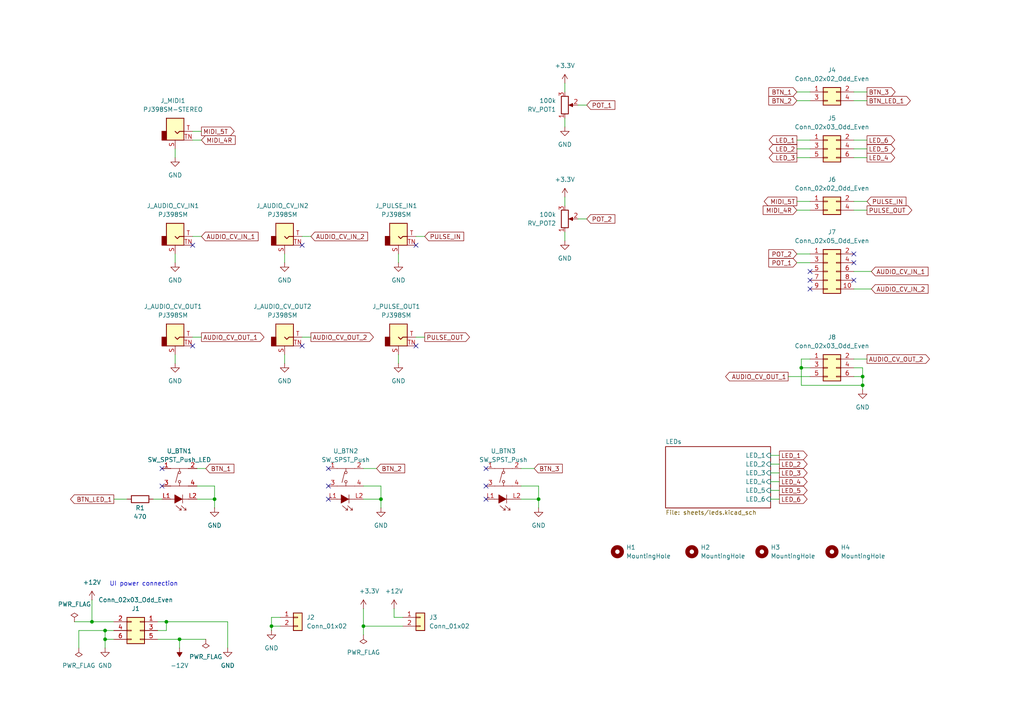
<source format=kicad_sch>
(kicad_sch (version 20250114) (generator "eeschema") (generator_version "9.0")
  (paper "A4")
  (title_block (title "Hog Moduleur Sidechain Mixer UI") (date "2025-07-06") (rev "v0.1") (company "Shmøergh"))
  (lib_symbols
    (symbol "Connector_Generic:Conn_01x02" (pin_names (offset 1.016) (hide yes))
      (property "Reference" "J" (at 0 2.54 0))
      (property "Value" "Conn_01x02" (at 0 -5.08 0))
      (symbol "Conn_01x02_1_1"
        (rectangle (start -1.27 1.27) (end 1.27 -3.81) (stroke (width 0.254)) (fill (type background)))
        (rectangle (start -1.27 0.127) (end 0 -0.127) (stroke (width 0.1524)))
        (rectangle (start -1.27 -2.413) (end 0 -2.667) (stroke (width 0.1524)))
        (pin passive line (at -5.08 0 0) (length 3.81) (name "Pin_1") (number "1"))
        (pin passive line (at -5.08 -2.54 0) (length 3.81) (name "Pin_2") (number "2"))
      )
    )
    (symbol "Connector_Generic:Conn_02x02_Odd_Even" (pin_names (offset 1.016) (hide yes))
      (property "Reference" "J" (at 1.27 2.54 0))
      (property "Value" "Conn_02x02_Odd_Even" (at 1.27 -5.08 0))
      (symbol "Conn_02x02_Odd_Even_1_1"
        (rectangle (start -1.27 1.27) (end 3.81 -3.81) (stroke (width 0.254)) (fill (type background)))
        (rectangle (start -1.27 0.127) (end 0 -0.127) (stroke (width 0.1524)))
        (rectangle (start -1.27 -2.413) (end 0 -2.667) (stroke (width 0.1524)))
        (rectangle (start 3.81 0.127) (end 2.54 -0.127) (stroke (width 0.1524)))
        (rectangle (start 3.81 -2.413) (end 2.54 -2.667) (stroke (width 0.1524)))
        (pin passive line (at -5.08 0 0) (length 3.81) (name "Pin_1") (number "1"))
        (pin passive line (at -5.08 -2.54 0) (length 3.81) (name "Pin_3") (number "3"))
        (pin passive line (at 7.62 0 180) (length 3.81) (name "Pin_2") (number "2"))
        (pin passive line (at 7.62 -2.54 180) (length 3.81) (name "Pin_4") (number "4"))
      )
    )
    (symbol "Connector_Generic:Conn_02x03_Odd_Even" (pin_names (offset 1.016) (hide yes))
      (property "Reference" "J" (at 1.27 5.08 0))
      (property "Value" "Conn_02x03_Odd_Even" (at 1.27 -5.08 0))
      (symbol "Conn_02x03_Odd_Even_1_1"
        (rectangle (start -1.27 3.81) (end 3.81 -3.81) (stroke (width 0.254)) (fill (type background)))
        (rectangle (start -1.27 2.667) (end 0 2.413) (stroke (width 0.1524)))
        (rectangle (start -1.27 0.127) (end 0 -0.127) (stroke (width 0.1524)))
        (rectangle (start -1.27 -2.413) (end 0 -2.667) (stroke (width 0.1524)))
        (rectangle (start 3.81 2.667) (end 2.54 2.413) (stroke (width 0.1524)))
        (rectangle (start 3.81 0.127) (end 2.54 -0.127) (stroke (width 0.1524)))
        (rectangle (start 3.81 -2.413) (end 2.54 -2.667) (stroke (width 0.1524)))
        (pin passive line (at -5.08 2.54 0) (length 3.81) (name "Pin_1") (number "1"))
        (pin passive line (at -5.08 0 0) (length 3.81) (name "Pin_3") (number "3"))
        (pin passive line (at -5.08 -2.54 0) (length 3.81) (name "Pin_5") (number "5"))
        (pin passive line (at 7.62 2.54 180) (length 3.81) (name "Pin_2") (number "2"))
        (pin passive line (at 7.62 0 180) (length 3.81) (name "Pin_4") (number "4"))
        (pin passive line (at 7.62 -2.54 180) (length 3.81) (name "Pin_6") (number "6"))
      )
    )
    (symbol "Connector_Generic:Conn_02x05_Odd_Even" (pin_names (offset 1.016) (hide yes))
      (property "Reference" "J" (at 1.27 7.62 0))
      (property "Value" "Conn_02x05_Odd_Even" (at 1.27 -7.62 0))
      (symbol "Conn_02x05_Odd_Even_1_1"
        (rectangle (start -1.27 6.35) (end 3.81 -6.35) (stroke (width 0.254)) (fill (type background)))
        (rectangle (start -1.27 5.207) (end 0 4.953) (stroke (width 0.1524)))
        (rectangle (start -1.27 2.667) (end 0 2.413) (stroke (width 0.1524)))
        (rectangle (start -1.27 0.127) (end 0 -0.127) (stroke (width 0.1524)))
        (rectangle (start -1.27 -2.413) (end 0 -2.667) (stroke (width 0.1524)))
        (rectangle (start -1.27 -4.953) (end 0 -5.207) (stroke (width 0.1524)))
        (rectangle (start 3.81 5.207) (end 2.54 4.953) (stroke (width 0.1524)))
        (rectangle (start 3.81 2.667) (end 2.54 2.413) (stroke (width 0.1524)))
        (rectangle (start 3.81 0.127) (end 2.54 -0.127) (stroke (width 0.1524)))
        (rectangle (start 3.81 -2.413) (end 2.54 -2.667) (stroke (width 0.1524)))
        (rectangle (start 3.81 -4.953) (end 2.54 -5.207) (stroke (width 0.1524)))
        (pin passive line (at -5.08 5.08 0) (length 3.81) (name "Pin_1") (number "1"))
        (pin passive line (at -5.08 2.54 0) (length 3.81) (name "Pin_3") (number "3"))
        (pin passive line (at -5.08 0 0) (length 3.81) (name "Pin_5") (number "5"))
        (pin passive line (at -5.08 -2.54 0) (length 3.81) (name "Pin_7") (number "7"))
        (pin passive line (at -5.08 -5.08 0) (length 3.81) (name "Pin_9") (number "9"))
        (pin passive line (at 7.62 5.08 180) (length 3.81) (name "Pin_2") (number "2"))
        (pin passive line (at 7.62 2.54 180) (length 3.81) (name "Pin_4") (number "4"))
        (pin passive line (at 7.62 0 180) (length 3.81) (name "Pin_6") (number "6"))
        (pin passive line (at 7.62 -2.54 180) (length 3.81) (name "Pin_8") (number "8"))
        (pin passive line (at 7.62 -5.08 180) (length 3.81) (name "Pin_10") (number "10"))
      )
    )
    (symbol "Device:R" (pin_numbers (hide yes)) (pin_names (offset 0))
      (property "Reference" "R" (at 2.032 0 90))
      (property "Value" "R" (at 0 0 90))
      (symbol "R_0_1"
        (rectangle (start -1.016 -2.54) (end 1.016 2.54) (stroke (width 0.254)))
      )
      (symbol "R_1_1"
        (pin passive line (at 0 3.81 270) (length 1.27) (name "~") (number "1"))
        (pin passive line (at 0 -3.81 90) (length 1.27) (name "~") (number "2"))
      )
    )
    (symbol "Device:R_Potentiometer" (pin_names (offset 1.016) (hide yes))
      (property "Reference" "RV" (at -4.445 0 90))
      (property "Value" "R_Potentiometer" (at -2.54 0 90))
      (symbol "R_Potentiometer_0_1"
        (rectangle (start 1.016 2.54) (end -1.016 -2.54) (stroke (width 0.254)))
        (polyline (pts (xy 1.143 0) (xy 2.286 0.508) (xy 2.286 -0.508) (xy 1.143 0)) (fill (type outline)))
        (polyline (pts (xy 2.54 0) (xy 1.524 0)))
      )
      (symbol "R_Potentiometer_1_1"
        (pin passive line (at 0 3.81 270) (length 1.27) (name "1") (number "1"))
        (pin passive line (at 0 -3.81 90) (length 1.27) (name "3") (number "3"))
        (pin passive line (at 3.81 0 180) (length 1.27) (name "2") (number "2"))
      )
    )
    (symbol "Mechanical:MountingHole" (pin_names (offset 1.016)) (in_bom no)
      (property "Reference" "H" (at 0 5.08 0))
      (property "Value" "MountingHole" (at 0 3.175 0))
      (symbol "MountingHole_0_1"
        (circle (center 0 0) (radius 1.27) (stroke (width 1.27)))
      )
    )
    (symbol "Shmoergh-Custom-Components:AudioJack2_Thonkiconn_S"
      (property "Reference" "J" (at 0 8.89 0))
      (property "Value" "AudioJack2_Thonkiconn" (at 0 6.35 0))
      (symbol "AudioJack2_Thonkiconn_S_0_1"
        (rectangle (start -2.54 -2.54) (end -3.81 0) (stroke (width 0.254)) (fill (type outline)))
        (polyline (pts (xy 0 0) (xy 0.635 -0.635) (xy 1.27 0) (xy 2.54 0)) (stroke (width 0.254)))
        (rectangle (start 2.54 3.81) (end -2.54 -2.54) (stroke (width 0.254)) (fill (type background)))
      )
      (symbol "AudioJack2_Thonkiconn_S_1_1"
        (pin passive line (at 0 -5.08 90) (length 2.54) (name "~") (number "S"))
        (pin bidirectional line (at 5.08 0 180) (length 2.54) (name "~") (number "T"))
        (pin passive line (at 5.08 -2.54 180) (length 2.54) (name "~") (number "TN"))
      )
    )
    (symbol "Shmoergh-Custom-Components:SW_SPST_Push_LED" (pin_names (offset 1.016))
      (property "Reference" "U" (at 0 6.35 0))
      (property "Value" "SW_SPST_Push_LED" (at 0.381 8.89 0))
      (symbol "SW_SPST_Push_LED_0_1"
        (rectangle (start -2.54 2.54) (end 2.54 2.54))
        (rectangle (start -2.54 -2.54) (end 2.54 -2.54))
        (polyline (pts (xy -1.397 -7.493) (xy -1.397 -5.08) (xy 0.762 -6.35) (xy -1.397 -7.493)) (fill (type outline)))
        (polyline (pts (xy -1.016 -8.255) (xy 0.508 -9.525) (xy -0.127 -9.525)))
        (polyline (pts (xy -0.381 1.397) (xy -1.143 -1.524)))
        (rectangle (start 0 2.54) (end 0 1.778))
        (circle (center 0 1.397) (radius 0.3556))
        (circle (center 0 -1.27) (radius 0.3556))
        (rectangle (start 0 -2.54) (end 0 -1.651))
        (polyline (pts (xy 0.508 -8.255) (xy 1.905 -9.525) (xy 1.27 -9.525)))
        (polyline (pts (xy 0.508 -9.525) (xy 0.381 -8.89)))
        (polyline (pts (xy 0.889 -5.08) (xy 0.889 -7.493)))
        (polyline (pts (xy 1.905 -9.525) (xy 1.778 -8.89)))
        (polyline (pts (xy 2.54 -6.35) (xy 0.889 -6.35) (xy -2.667 -6.35)))
      )
      (symbol "SW_SPST_Push_LED_1_1"
        (pin input line (at -5.08 2.54 0) (length 2.54) (name "~") (number "1"))
        (pin input line (at -5.08 -2.54 0) (length 2.54) (name "~") (number "3"))
        (pin input line (at -5.08 -6.35 0) (length 2.54) (name "~") (number "L1"))
        (pin input line (at 5.08 2.54 180) (length 2.54) (name "~") (number "2"))
        (pin input line (at 5.08 -2.54 180) (length 2.54) (name "~") (number "4"))
        (pin input line (at 5.08 -6.35 180) (length 2.54) (name "~") (number "L2"))
      )
    )
    (symbol "power:+12V" (power) (pin_numbers (hide yes)) (pin_names (offset 0) (hide yes))
      (property "Value" "+12V" (at 0 3.556 0))
      (symbol "+12V_0_1"
        (polyline (pts (xy -0.762 1.27) (xy 0 2.54)))
        (polyline (pts (xy 0 2.54) (xy 0.762 1.27)))
        (polyline (pts (xy 0 0) (xy 0 2.54)))
      )
      (symbol "+12V_1_1"
        (pin power_in line (at 0 0 90) (length 0) (name "~") (number "1"))
      )
    )
    (symbol "power:+3.3V" (power) (pin_numbers (hide yes)) (pin_names (offset 0) (hide yes))
      (property "Value" "+3.3V" (at 0 3.556 0))
      (symbol "+3.3V_0_1"
        (polyline (pts (xy -0.762 1.27) (xy 0 2.54)))
        (polyline (pts (xy 0 2.54) (xy 0.762 1.27)))
        (polyline (pts (xy 0 0) (xy 0 2.54)))
      )
      (symbol "+3.3V_1_1"
        (pin power_in line (at 0 0 90) (length 0) (name "~") (number "1"))
      )
    )
    (symbol "power:-12V" (power) (pin_numbers (hide yes)) (pin_names (offset 0) (hide yes))
      (property "Value" "-12V" (at 0 3.556 0))
      (symbol "-12V_0_0"
        (pin power_in line (at 0 0 90) (length 0) (name "~") (number "1"))
      )
      (symbol "-12V_0_1"
        (polyline (pts (xy 0 0) (xy 0 1.27) (xy 0.762 1.27) (xy 0 2.54) (xy -0.762 1.27) (xy 0 1.27)) (fill (type outline)))
      )
    )
    (symbol "power:GND" (power) (pin_numbers (hide yes)) (pin_names (offset 0) (hide yes))
      (property "Value" "GND" (at 0 -3.81 0))
      (symbol "GND_0_1"
        (polyline (pts (xy 0 0) (xy 0 -1.27) (xy 1.27 -1.27) (xy 0 -2.54) (xy -1.27 -1.27) (xy 0 -1.27)))
      )
      (symbol "GND_1_1"
        (pin power_in line (at 0 0 270) (length 0) (name "~") (number "1"))
      )
    )
    (symbol "power:PWR_FLAG" (power) (pin_numbers (hide yes)) (pin_names (offset 0) (hide yes))
      (property "Value" "PWR_FLAG" (at 0 3.81 0))
      (symbol "PWR_FLAG_0_0"
        (pin power_out line (at 0 0 90) (length 0) (name "~") (number "1"))
      )
      (symbol "PWR_FLAG_0_1"
        (polyline (pts (xy 0 0) (xy 0 1.27) (xy -1.016 1.905) (xy 0 2.54) (xy 1.016 1.905) (xy 0 1.27)))
      )
    )
  )
  (text "UI power connection" (at 31.75 170.18 0) (effects (font (size 1.27 1.27)) (justify left bottom)))
  (junction (at 250.19 111.76))
  (junction (at 78.74 181.61))
  (junction (at 105.41 181.61))
  (junction (at 250.19 109.22))
  (junction (at 30.48 182.88))
  (junction (at 232.41 106.68))
  (junction (at 52.07 185.42))
  (junction (at 48.26 180.34))
  (junction (at 156.21 144.78))
  (junction (at 110.49 144.78))
  (junction (at 26.67 180.34))
  (junction (at 62.23 144.78))
  (junction (at 30.48 185.42))
  (no_connect (at 87.63 100.33))
  (no_connect (at 247.65 76.2))
  (no_connect (at 247.65 81.28))
  (no_connect (at 234.95 81.28))
  (no_connect (at 46.99 140.97))
  (no_connect (at 140.97 140.97))
  (no_connect (at 234.95 83.82))
  (no_connect (at 95.25 140.97))
  (no_connect (at 120.65 71.12))
  (no_connect (at 55.88 100.33))
  (no_connect (at 95.25 144.78))
  (no_connect (at 140.97 144.78))
  (no_connect (at 140.97 135.89))
  (no_connect (at 95.25 135.89))
  (no_connect (at 247.65 73.66))
  (no_connect (at 46.99 135.89))
  (no_connect (at 120.65 100.33))
  (no_connect (at 234.95 78.74))
  (no_connect (at 55.88 71.12))
  (no_connect (at 87.63 71.12))
  (wire (pts (xy 90.17 68.58) (xy 87.63 68.58)))
  (wire (pts (xy 223.52 144.78) (xy 226.06 144.78)))
  (wire (pts (xy 163.83 34.29) (xy 163.83 36.83)))
  (wire (pts (xy 251.46 104.14) (xy 247.65 104.14)))
  (wire (pts (xy 105.41 140.97) (xy 110.49 140.97)))
  (wire (pts (xy 52.07 187.96) (xy 52.07 185.42)))
  (wire (pts (xy 226.06 134.62) (xy 223.52 134.62)))
  (wire (pts (xy 59.69 185.42) (xy 52.07 185.42)))
  (wire (pts (xy 250.19 106.68) (xy 250.19 109.22)))
  (wire (pts (xy 123.19 68.58) (xy 120.65 68.58)))
  (wire (pts (xy 226.06 137.16) (xy 223.52 137.16)))
  (wire (pts (xy 45.72 185.42) (xy 52.07 185.42)))
  (wire (pts (xy 247.65 78.74) (xy 252.73 78.74)))
  (wire (pts (xy 251.46 29.21) (xy 247.65 29.21)))
  (wire (pts (xy 58.42 38.1) (xy 55.88 38.1)))
  (wire (pts (xy 170.18 30.48) (xy 167.64 30.48)))
  (wire (pts (xy 78.74 181.61) (xy 81.28 181.61)))
  (wire (pts (xy 105.41 144.78) (xy 110.49 144.78)))
  (wire (pts (xy 163.83 67.31) (xy 163.83 69.85)))
  (wire (pts (xy 252.73 83.82) (xy 247.65 83.82)))
  (wire (pts (xy 251.46 26.67) (xy 247.65 26.67)))
  (wire (pts (xy 114.3 176.53) (xy 114.3 179.07)))
  (wire (pts (xy 26.67 180.34) (xy 33.02 180.34)))
  (wire (pts (xy 156.21 140.97) (xy 156.21 144.78)))
  (wire (pts (xy 33.02 144.78) (xy 36.83 144.78)))
  (wire (pts (xy 223.52 139.7) (xy 226.06 139.7)))
  (wire (pts (xy 232.41 111.76) (xy 250.19 111.76)))
  (wire (pts (xy 247.65 109.22) (xy 250.19 109.22)))
  (wire (pts (xy 163.83 24.13) (xy 163.83 26.67)))
  (wire (pts (xy 247.65 106.68) (xy 250.19 106.68)))
  (wire (pts (xy 250.19 111.76) (xy 250.19 113.03)))
  (wire (pts (xy 231.14 26.67) (xy 234.95 26.67)))
  (wire (pts (xy 105.41 181.61) (xy 105.41 176.53)))
  (wire (pts (xy 251.46 58.42) (xy 247.65 58.42)))
  (wire (pts (xy 116.84 181.61) (xy 105.41 181.61)))
  (wire (pts (xy 110.49 144.78) (xy 110.49 147.32)))
  (wire (pts (xy 251.46 40.64) (xy 247.65 40.64)))
  (wire (pts (xy 251.46 45.72) (xy 247.65 45.72)))
  (wire (pts (xy 81.28 179.07) (xy 78.74 179.07)))
  (wire (pts (xy 59.69 135.89) (xy 57.15 135.89)))
  (wire (pts (xy 232.41 104.14) (xy 232.41 106.68)))
  (wire (pts (xy 58.42 40.64) (xy 55.88 40.64)))
  (wire (pts (xy 109.22 135.89) (xy 105.41 135.89)))
  (wire (pts (xy 110.49 140.97) (xy 110.49 144.78)))
  (wire (pts (xy 82.55 102.87) (xy 82.55 105.41)))
  (wire (pts (xy 114.3 179.07) (xy 116.84 179.07)))
  (wire (pts (xy 234.95 104.14) (xy 232.41 104.14)))
  (wire (pts (xy 163.83 57.15) (xy 163.83 59.69)))
  (wire (pts (xy 232.41 106.68) (xy 232.41 111.76)))
  (wire (pts (xy 151.13 144.78) (xy 156.21 144.78)))
  (wire (pts (xy 170.18 63.5) (xy 167.64 63.5)))
  (wire (pts (xy 78.74 179.07) (xy 78.74 181.61)))
  (wire (pts (xy 26.67 173.99) (xy 26.67 180.34)))
  (wire (pts (xy 62.23 140.97) (xy 62.23 144.78)))
  (wire (pts (xy 231.14 76.2) (xy 234.95 76.2)))
  (wire (pts (xy 105.41 184.15) (xy 105.41 181.61)))
  (wire (pts (xy 48.26 180.34) (xy 45.72 180.34)))
  (wire (pts (xy 50.8 73.66) (xy 50.8 76.2)))
  (wire (pts (xy 21.59 180.34) (xy 26.67 180.34)))
  (wire (pts (xy 115.57 73.66) (xy 115.57 76.2)))
  (wire (pts (xy 154.94 135.89) (xy 151.13 135.89)))
  (wire (pts (xy 22.86 182.88) (xy 30.48 182.88)))
  (wire (pts (xy 66.04 187.96) (xy 66.04 180.34)))
  (wire (pts (xy 48.26 182.88) (xy 48.26 180.34)))
  (wire (pts (xy 231.14 43.18) (xy 234.95 43.18)))
  (wire (pts (xy 251.46 43.18) (xy 247.65 43.18)))
  (wire (pts (xy 33.02 185.42) (xy 30.48 185.42)))
  (wire (pts (xy 156.21 144.78) (xy 156.21 147.32)))
  (wire (pts (xy 50.8 102.87) (xy 50.8 105.41)))
  (wire (pts (xy 231.14 29.21) (xy 234.95 29.21)))
  (wire (pts (xy 232.41 106.68) (xy 234.95 106.68)))
  (wire (pts (xy 151.13 140.97) (xy 156.21 140.97)))
  (wire (pts (xy 44.45 144.78) (xy 46.99 144.78)))
  (wire (pts (xy 50.8 43.18) (xy 50.8 45.72)))
  (wire (pts (xy 231.14 60.96) (xy 234.95 60.96)))
  (wire (pts (xy 231.14 40.64) (xy 234.95 40.64)))
  (wire (pts (xy 57.15 140.97) (xy 62.23 140.97)))
  (wire (pts (xy 90.17 97.79) (xy 87.63 97.79)))
  (wire (pts (xy 123.19 97.79) (xy 120.65 97.79)))
  (wire (pts (xy 66.04 180.34) (xy 48.26 180.34)))
  (wire (pts (xy 250.19 109.22) (xy 250.19 111.76)))
  (wire (pts (xy 226.06 132.08) (xy 223.52 132.08)))
  (wire (pts (xy 231.14 45.72) (xy 234.95 45.72)))
  (wire (pts (xy 30.48 182.88) (xy 33.02 182.88)))
  (wire (pts (xy 228.6 109.22) (xy 234.95 109.22)))
  (wire (pts (xy 223.52 142.24) (xy 226.06 142.24)))
  (wire (pts (xy 30.48 185.42) (xy 30.48 182.88)))
  (wire (pts (xy 58.42 68.58) (xy 55.88 68.58)))
  (wire (pts (xy 22.86 187.96) (xy 22.86 182.88)))
  (wire (pts (xy 115.57 102.87) (xy 115.57 105.41)))
  (wire (pts (xy 251.46 60.96) (xy 247.65 60.96)))
  (wire (pts (xy 78.74 181.61) (xy 78.74 182.88)))
  (wire (pts (xy 30.48 187.96) (xy 30.48 185.42)))
  (wire (pts (xy 231.14 73.66) (xy 234.95 73.66)))
  (wire (pts (xy 45.72 182.88) (xy 48.26 182.88)))
  (wire (pts (xy 231.14 58.42) (xy 234.95 58.42)))
  (wire (pts (xy 82.55 73.66) (xy 82.55 76.2)))
  (wire (pts (xy 62.23 144.78) (xy 62.23 147.32)))
  (wire (pts (xy 58.42 97.79) (xy 55.88 97.79)))
  (wire (pts (xy 57.15 144.78) (xy 62.23 144.78)))
  (global_label "AUDIO_CV_IN_1" (shape input) (at 252.73 78.74 0) (property "Intersheetrefs" "${INTERSHEET_REFS}" (effects (hide yes))))
  (global_label "POT_2" (shape input) (at 170.18 63.5 0) (property "Intersheetrefs" "${INTERSHEET_REFS}" (effects (hide yes))))
  (global_label "PULSE_OUT" (shape output) (at 123.19 97.79 0) (property "Intersheetrefs" "${INTERSHEET_REFS}" (effects (hide yes))))
  (global_label "LED_5" (shape output) (at 251.46 43.18 0) (property "Intersheetrefs" "${INTERSHEET_REFS}" (effects (hide yes))))
  (global_label "AUDIO_CV_OUT_1" (shape output) (at 228.6 109.22 180) (property "Intersheetrefs" "${INTERSHEET_REFS}" (effects (hide yes))))
  (global_label "LED_3" (shape output) (at 226.06 137.16 0) (property "Intersheetrefs" "${INTERSHEET_REFS}" (effects (hide yes))))
  (global_label "POT_1" (shape input) (at 231.14 76.2 180) (property "Intersheetrefs" "${INTERSHEET_REFS}" (effects (hide yes))))
  (global_label "AUDIO_CV_OUT_1" (shape output) (at 58.42 97.79 0) (property "Intersheetrefs" "${INTERSHEET_REFS}" (effects (hide yes))))
  (global_label "LED_3" (shape output) (at 231.14 45.72 180) (property "Intersheetrefs" "${INTERSHEET_REFS}" (effects (hide yes))))
  (global_label "AUDIO_CV_IN_2" (shape input) (at 252.73 83.82 0) (property "Intersheetrefs" "${INTERSHEET_REFS}" (effects (hide yes))))
  (global_label "PULSE_IN" (shape input) (at 251.46 58.42 0) (property "Intersheetrefs" "${INTERSHEET_REFS}" (effects (hide yes))))
  (global_label "BTN_1" (shape input) (at 231.14 26.67 180) (property "Intersheetrefs" "${INTERSHEET_REFS}" (effects (hide yes))))
  (global_label "MIDI_5T" (shape output) (at 58.42 38.1 0) (property "Intersheetrefs" "${INTERSHEET_REFS}" (effects (hide yes))))
  (global_label "PULSE_IN" (shape input) (at 123.19 68.58 0) (property "Intersheetrefs" "${INTERSHEET_REFS}" (effects (hide yes))))
  (global_label "AUDIO_CV_IN_1" (shape input) (at 58.42 68.58 0) (property "Intersheetrefs" "${INTERSHEET_REFS}" (effects (hide yes))))
  (global_label "MIDI_4R" (shape input) (at 58.42 40.64 0) (property "Intersheetrefs" "${INTERSHEET_REFS}" (effects (hide yes))))
  (global_label "LED_6" (shape output) (at 251.46 40.64 0) (property "Intersheetrefs" "${INTERSHEET_REFS}" (effects (hide yes))))
  (global_label "BTN_LED_1" (shape output) (at 251.46 29.21 0) (property "Intersheetrefs" "${INTERSHEET_REFS}" (effects (hide yes))))
  (global_label "LED_2" (shape output) (at 226.06 134.62 0) (property "Intersheetrefs" "${INTERSHEET_REFS}" (effects (hide yes))))
  (global_label "LED_5" (shape output) (at 226.06 142.24 0) (property "Intersheetrefs" "${INTERSHEET_REFS}" (effects (hide yes))))
  (global_label "POT_2" (shape input) (at 231.14 73.66 180) (property "Intersheetrefs" "${INTERSHEET_REFS}" (effects (hide yes))))
  (global_label "BTN_1" (shape input) (at 59.69 135.89 0) (property "Intersheetrefs" "${INTERSHEET_REFS}" (effects (hide yes))))
  (global_label "PULSE_OUT" (shape output) (at 251.46 60.96 0) (property "Intersheetrefs" "${INTERSHEET_REFS}" (effects (hide yes))))
  (global_label "AUDIO_CV_OUT_2" (shape output) (at 251.46 104.14 0) (property "Intersheetrefs" "${INTERSHEET_REFS}" (effects (hide yes))))
  (global_label "AUDIO_CV_IN_2" (shape input) (at 90.17 68.58 0) (property "Intersheetrefs" "${INTERSHEET_REFS}" (effects (hide yes))))
  (global_label "LED_1" (shape output) (at 231.14 40.64 180) (property "Intersheetrefs" "${INTERSHEET_REFS}" (effects (hide yes))))
  (global_label "LED_4" (shape output) (at 251.46 45.72 0) (property "Intersheetrefs" "${INTERSHEET_REFS}" (effects (hide yes))))
  (global_label "BTN_2" (shape input) (at 231.14 29.21 180) (property "Intersheetrefs" "${INTERSHEET_REFS}" (effects (hide yes))))
  (global_label "AUDIO_CV_OUT_2" (shape output) (at 90.17 97.79 0) (property "Intersheetrefs" "${INTERSHEET_REFS}" (effects (hide yes))))
  (global_label "POT_1" (shape input) (at 170.18 30.48 0) (property "Intersheetrefs" "${INTERSHEET_REFS}" (effects (hide yes))))
  (global_label "BTN_3" (shape input) (at 154.94 135.89 0) (property "Intersheetrefs" "${INTERSHEET_REFS}" (effects (hide yes))))
  (global_label "MIDI_5T" (shape output) (at 231.14 58.42 180) (property "Intersheetrefs" "${INTERSHEET_REFS}" (effects (hide yes))))
  (global_label "BTN_3" (shape output) (at 251.46 26.67 0) (property "Intersheetrefs" "${INTERSHEET_REFS}" (effects (hide yes))))
  (global_label "BTN_LED_1" (shape output) (at 33.02 144.78 180) (property "Intersheetrefs" "${INTERSHEET_REFS}" (effects (hide yes))))
  (global_label "LED_2" (shape output) (at 231.14 43.18 180) (property "Intersheetrefs" "${INTERSHEET_REFS}" (effects (hide yes))))
  (global_label "LED_4" (shape output) (at 226.06 139.7 0) (property "Intersheetrefs" "${INTERSHEET_REFS}" (effects (hide yes))))
  (global_label "LED_6" (shape output) (at 226.06 144.78 0) (property "Intersheetrefs" "${INTERSHEET_REFS}" (effects (hide yes))))
  (global_label "BTN_2" (shape input) (at 109.22 135.89 0) (property "Intersheetrefs" "${INTERSHEET_REFS}" (effects (hide yes))))
  (global_label "LED_1" (shape output) (at 226.06 132.08 0) (property "Intersheetrefs" "${INTERSHEET_REFS}" (effects (hide yes))))
  (global_label "MIDI_4R" (shape input) (at 231.14 60.96 180) (property "Intersheetrefs" "${INTERSHEET_REFS}" (effects (hide yes))))
  (symbol (lib_id "power:GND") (at 250.19 113.03 0) (unit 1)
    (property "Reference" "#PWR038" (effects (hide yes)))
    (property "Value" "GND" (at 250.19 118.11 0))
    (property "Description" "Power symbol creates a global label with name \"GND\" , ground" (effects (hide yes)))
  )
  (symbol (lib_id "power:+12V") (at 26.67 173.99 0) (unit 1)
    (property "Reference" "#PWR01" (effects (hide yes)))
    (property "Value" "+12V" (at 26.67 168.91 0))
    (property "Description" "Power symbol creates a global label with name \"+12V\"" (effects (hide yes)))
  )
  (symbol (lib_id "Connector_Generic:Conn_02x02_Odd_Even") (at 240.03 26.67 0) (unit 1)
    (property "Reference" "J4" (at 241.3 20.32 0))
    (property "Value" "Conn_02x02_Odd_Even" (at 241.3 22.86 0))
    (property "Footprint" "Connector_PinSocket_2.54mm:PinSocket_2x02_P2.54mm_Vertical" (effects (hide yes)))
    (property "Description" "Generic connector, double row, 02x02, odd/even pin numbering scheme (row 1 odd numbers, row 2 even numbers), script generated (kicad-library-utils/schlib/autogen/connector/)" (effects (hide yes)))
  )
  (symbol (lib_id "power:+3.3V") (at 163.83 57.15 0) (unit 1)
    (property "Reference" "#PWR018" (effects (hide yes)))
    (property "Value" "+3.3V" (at 163.83 52.07 0))
    (property "Description" "Power symbol creates a global label with name \"+3.3V\"" (effects (hide yes)))
  )
  (symbol (lib_id "power:PWR_FLAG") (at 105.41 184.15 180) (unit 1)
    (property "Reference" "#FLG04" (effects (hide yes)))
    (property "Value" "PWR_FLAG" (at 105.41 189.23 0))
    (property "Description" "Special symbol for telling ERC where power comes from" (effects (hide yes)))
  )
  (symbol (lib_id "Shmoergh-Custom-Components:SW_SPST_Push_LED") (at 146.05 138.43 0) (unit 1)
    (property "Reference" "U_BTN3" (at 145.9865 130.81 0))
    (property "Value" "SW_SPST_Push" (at 145.9865 133.35 0))
    (property "Footprint" "Shmoergh_Custom_Footprints:SPST_Circular_Pushbutton_LED" (effects (hide yes)))
  )
  (symbol (lib_id "Shmoergh-Custom-Components:SW_SPST_Push_LED") (at 100.33 138.43 0) (unit 1)
    (property "Reference" "U_BTN2" (at 100.2665 130.81 0))
    (property "Value" "SW_SPST_Push" (at 100.2665 133.35 0))
    (property "Footprint" "Shmoergh_Custom_Footprints:SPST_Circular_Pushbutton_LED" (effects (hide yes)))
  )
  (symbol (lib_id "Shmoergh-Custom-Components:AudioJack2_Thonkiconn_S") (at 50.8 68.58 0) (unit 1)
    (property "Reference" "J_AUDIO_CV_IN1" (at 50.165 59.69 0))
    (property "Value" "PJ398SM" (at 50.165 62.23 0))
    (property "Footprint" "Shmoergh_Custom_Footprints:Jack_3.5mm_QingPu_WQP-PJ398SM_Vertical_CircularHoles" (effects (hide yes)))
    (property "Description" "Audio Jack, 2 Poles (Mono / TS), Grounded Sleeve" (effects (hide yes)))
    (property "Part URL" "https://www.thonk.co.uk/shop/thonkiconn/" (effects (hide yes)))
    (property "Vendor" "Thonk" (effects (hide yes)))
    (property "Part no." "PJ398SM" (effects (hide yes)))
  )
  (symbol (lib_id "Shmoergh-Custom-Components:AudioJack2_Thonkiconn_S") (at 115.57 97.79 0) (unit 1)
    (property "Reference" "J_PULSE_OUT1" (at 114.935 88.9 0))
    (property "Value" "PJ398SM" (at 114.935 91.44 0))
    (property "Footprint" "Shmoergh_Custom_Footprints:Jack_3.5mm_QingPu_WQP-PJ398SM_Vertical_CircularHoles" (effects (hide yes)))
    (property "Description" "Audio Jack, 2 Poles (Mono / TS), Grounded Sleeve" (effects (hide yes)))
    (property "Part URL" "https://www.thonk.co.uk/shop/thonkiconn/" (effects (hide yes)))
    (property "Vendor" "Thonk" (effects (hide yes)))
    (property "Part no." "PJ398SM" (effects (hide yes)))
  )
  (symbol (lib_id "power:+12V") (at 114.3 176.53 0) (unit 1)
    (property "Reference" "#PWR037" (effects (hide yes)))
    (property "Value" "+12V" (at 114.3 171.45 0))
    (property "Description" "Power symbol creates a global label with name \"+12V\"" (effects (hide yes)))
  )
  (symbol (lib_id "power:-12V") (at 52.07 187.96 180) (unit 1)
    (property "Reference" "#PWR06" (effects (hide yes)))
    (property "Value" "-12V" (at 52.07 193.04 0))
    (property "Description" "Power symbol creates a global label with name \"-12V\"" (effects (hide yes)))
  )
  (symbol (lib_id "Connector_Generic:Conn_02x03_Odd_Even") (at 40.64 182.88 0) (mirror y) (unit 1)
    (property "Reference" "J1" (at 39.37 176.53 0))
    (property "Value" "Conn_02x03_Odd_Even" (at 39.37 173.99 0))
    (property "Footprint" "Connector_PinSocket_2.54mm:PinSocket_2x03_P2.54mm_Vertical" (effects (hide yes)))
    (property "Description" "Generic connector, double row, 02x03, odd/even pin numbering scheme (row 1 odd numbers, row 2 even numbers), script generated (kicad-library-utils/schlib/autogen/connector/)" (effects (hide yes)))
    (property "Part URL" "https://mou.sr/3GIDVEr" (effects (hide yes)))
    (property "Vendor" "Mouser" (effects (hide yes)))
    (property "Part no." "200-SSW10301TD" (effects (hide yes)))
  )
  (symbol (lib_id "power:GND") (at 50.8 105.41 0) (unit 1)
    (property "Reference" "#PWR05" (effects (hide yes)))
    (property "Value" "GND" (at 50.8 110.49 0))
    (property "Description" "Power symbol creates a global label with name \"GND\" , ground" (effects (hide yes)))
  )
  (symbol (lib_id "Shmoergh-Custom-Components:AudioJack2_Thonkiconn_S") (at 50.8 97.79 0) (unit 1)
    (property "Reference" "J_AUDIO_CV_OUT1" (at 50.165 88.9 0))
    (property "Value" "PJ398SM" (at 50.165 91.44 0))
    (property "Footprint" "Shmoergh_Custom_Footprints:Jack_3.5mm_QingPu_WQP-PJ398SM_Vertical_CircularHoles" (effects (hide yes)))
    (property "Description" "Audio Jack, 2 Poles (Mono / TS), Grounded Sleeve" (effects (hide yes)))
    (property "Part URL" "https://www.thonk.co.uk/shop/thonkiconn/" (effects (hide yes)))
    (property "Vendor" "Thonk" (effects (hide yes)))
    (property "Part no." "PJ398SM" (effects (hide yes)))
  )
  (symbol (lib_id "power:GND") (at 50.8 45.72 0) (unit 1)
    (property "Reference" "#PWR03" (effects (hide yes)))
    (property "Value" "GND" (at 50.8 50.8 0))
    (property "Description" "Power symbol creates a global label with name \"GND\" , ground" (effects (hide yes)))
  )
  (symbol (lib_id "Shmoergh-Custom-Components:AudioJack2_Thonkiconn_S") (at 50.8 38.1 0) (unit 1)
    (property "Reference" "J_MIDI1" (at 50.165 29.21 0))
    (property "Value" "PJ398SM-STEREO" (at 50.165 31.75 0))
    (property "Footprint" "Shmoergh_Custom_Footprints:Jack_3.5mm_QingPu_WQP-PJ398SM_Vertical_CircularHoles" (effects (hide yes)))
    (property "Description" "Audio Jack, 2 Poles (Mono / TS), Grounded Sleeve" (effects (hide yes)))
    (property "Part URL" "https://www.thonk.co.uk/shop/thonkiconn/" (effects (hide yes)))
    (property "Vendor" "Thonk" (effects (hide yes)))
    (property "Part no." "PJ398SM" (effects (hide yes)))
  )
  (symbol (lib_id "power:GND") (at 156.21 147.32 0) (unit 1)
    (property "Reference" "#PWR012" (effects (hide yes)))
    (property "Value" "GND" (at 156.21 152.4 0))
    (property "Description" "Power symbol creates a global label with name \"GND\" , ground" (effects (hide yes)))
  )
  (symbol (lib_id "Mechanical:MountingHole") (at 200.66 160.02 0) (unit 1) (in_bom no)
    (property "Reference" "H2" (at 203.2 158.7499 0) (effects (justify left)))
    (property "Value" "MountingHole" (at 203.2 161.2899 0) (effects (justify left)))
    (property "Footprint" "MountingHole:MountingHole_3.2mm_M3_DIN965_Pad" (effects (hide yes)))
    (property "Description" "Mounting Hole without connection" (effects (hide yes)))
    (property "Vendor" "-" (effects (hide yes)))
  )
  (symbol (lib_id "power:+3.3V") (at 163.83 24.13 0) (unit 1)
    (property "Reference" "#PWR016" (effects (hide yes)))
    (property "Value" "+3.3V" (at 163.83 19.05 0))
    (property "Description" "Power symbol creates a global label with name \"+3.3V\"" (effects (hide yes)))
  )
  (symbol (lib_id "power:GND") (at 50.8 76.2 0) (unit 1)
    (property "Reference" "#PWR04" (effects (hide yes)))
    (property "Value" "GND" (at 50.8 81.28 0))
    (property "Description" "Power symbol creates a global label with name \"GND\" , ground" (effects (hide yes)))
  )
  (symbol (lib_id "power:GND") (at 163.83 69.85 0) (unit 1)
    (property "Reference" "#PWR019" (effects (hide yes)))
    (property "Value" "GND" (at 163.83 74.93 0))
    (property "Description" "Power symbol creates a global label with name \"GND\" , ground" (effects (hide yes)))
  )
  (symbol (lib_id "Mechanical:MountingHole") (at 179.07 160.02 0) (unit 1) (in_bom no)
    (property "Reference" "H1" (at 181.61 158.7499 0) (effects (justify left)))
    (property "Value" "MountingHole" (at 181.61 161.2899 0) (effects (justify left)))
    (property "Footprint" "MountingHole:MountingHole_3.2mm_M3_DIN965_Pad" (effects (hide yes)))
    (property "Description" "Mounting Hole without connection" (effects (hide yes)))
    (property "Vendor" "-" (effects (hide yes)))
  )
  (symbol (lib_id "Shmoergh-Custom-Components:SW_SPST_Push_LED") (at 52.07 138.43 0) (unit 1)
    (property "Reference" "U_BTN1" (at 52.0065 130.81 0))
    (property "Value" "SW_SPST_Push_LED" (at 52.0065 133.35 0))
    (property "Footprint" "Shmoergh_Custom_Footprints:SPST_Circular_Pushbutton_LED" (effects (hide yes)))
  )
  (symbol (lib_id "power:PWR_FLAG") (at 21.59 180.34 0) (unit 1)
    (property "Reference" "#FLG01" (effects (hide yes)))
    (property "Value" "PWR_FLAG" (at 21.59 175.26 0))
    (property "Description" "Special symbol for telling ERC where power comes from" (effects (hide yes)))
  )
  (symbol (lib_id "power:GND") (at 66.04 187.96 0) (unit 1)
    (property "Reference" "#PWR08" (effects (hide yes)))
    (property "Value" "GND" (at 66.04 193.04 0))
    (property "Description" "Power symbol creates a global label with name \"GND\" , ground" (effects (hide yes)))
  )
  (symbol (lib_id "power:GND") (at 62.23 147.32 0) (unit 1)
    (property "Reference" "#PWR07" (effects (hide yes)))
    (property "Value" "GND" (at 62.23 152.4 0))
    (property "Description" "Power symbol creates a global label with name \"GND\" , ground" (effects (hide yes)))
  )
  (symbol (lib_id "power:GND") (at 163.83 36.83 0) (unit 1)
    (property "Reference" "#PWR017" (effects (hide yes)))
    (property "Value" "GND" (at 163.83 41.91 0))
    (property "Description" "Power symbol creates a global label with name \"GND\" , ground" (effects (hide yes)))
  )
  (symbol (lib_id "power:GND") (at 82.55 105.41 0) (unit 1)
    (property "Reference" "#PWR011" (effects (hide yes)))
    (property "Value" "GND" (at 82.55 110.49 0))
    (property "Description" "Power symbol creates a global label with name \"GND\" , ground" (effects (hide yes)))
  )
  (symbol (lib_id "power:GND") (at 115.57 76.2 0) (unit 1)
    (property "Reference" "#PWR013" (effects (hide yes)))
    (property "Value" "GND" (at 115.57 81.28 0))
    (property "Description" "Power symbol creates a global label with name \"GND\" , ground" (effects (hide yes)))
  )
  (symbol (lib_id "power:GND") (at 115.57 105.41 0) (unit 1)
    (property "Reference" "#PWR014" (effects (hide yes)))
    (property "Value" "GND" (at 115.57 110.49 0))
    (property "Description" "Power symbol creates a global label with name \"GND\" , ground" (effects (hide yes)))
  )
  (symbol (lib_id "Device:R_Potentiometer") (at 163.83 30.48 0) (mirror x) (unit 1)
    (property "Reference" "RV_POT1" (at 161.29 31.7501 0) (effects (justify right)))
    (property "Value" "100k" (at 161.29 29.2101 0) (effects (justify right)))
    (property "Footprint" "Shmoergh_Custom_Footprints:Potentiometer_Bourns_Single-PTV09A" (effects (hide yes)))
    (property "Description" "Potentiometer" (effects (hide yes)))
    (property "Part URL" "https://mou.sr/4694GMU" (effects (hide yes)))
    (property "Vendor" "Mouser" (effects (hide yes)))
    (property "Part no." "652-PTV09A4025FB104" (effects (hide yes)))
  )
  (symbol (lib_id "Shmoergh-Custom-Components:AudioJack2_Thonkiconn_S") (at 115.57 68.58 0) (unit 1)
    (property "Reference" "J_PULSE_IN1" (at 114.935 59.69 0))
    (property "Value" "PJ398SM" (at 114.935 62.23 0))
    (property "Footprint" "Shmoergh_Custom_Footprints:Jack_3.5mm_QingPu_WQP-PJ398SM_Vertical_CircularHoles" (effects (hide yes)))
    (property "Description" "Audio Jack, 2 Poles (Mono / TS), Grounded Sleeve" (effects (hide yes)))
    (property "Part URL" "https://www.thonk.co.uk/shop/thonkiconn/" (effects (hide yes)))
    (property "Vendor" "Thonk" (effects (hide yes)))
    (property "Part no." "PJ398SM" (effects (hide yes)))
  )
  (symbol (lib_id "Connector_Generic:Conn_02x03_Odd_Even") (at 240.03 43.18 0) (unit 1)
    (property "Reference" "J5" (at 241.3 34.29 0))
    (property "Value" "Conn_02x03_Odd_Even" (at 241.3 36.83 0))
    (property "Footprint" "Connector_PinSocket_2.54mm:PinSocket_2x03_P2.54mm_Vertical" (effects (hide yes)))
    (property "Description" "Generic connector, double row, 02x03, odd/even pin numbering scheme (row 1 odd numbers, row 2 even numbers), script generated (kicad-library-utils/schlib/autogen/connector/)" (effects (hide yes)))
  )
  (symbol (lib_id "Connector_Generic:Conn_02x05_Odd_Even") (at 240.03 78.74 0) (unit 1)
    (property "Reference" "J7" (at 241.3 67.31 0))
    (property "Value" "Conn_02x05_Odd_Even" (at 241.3 69.85 0))
    (property "Footprint" "Connector_PinSocket_2.54mm:PinSocket_2x05_P2.54mm_Vertical" (effects (hide yes)))
    (property "Description" "Generic connector, double row, 02x05, odd/even pin numbering scheme (row 1 odd numbers, row 2 even numbers), script generated (kicad-library-utils/schlib/autogen/connector/)" (effects (hide yes)))
  )
  (symbol (lib_id "power:GND") (at 82.55 76.2 0) (unit 1)
    (property "Reference" "#PWR010" (effects (hide yes)))
    (property "Value" "GND" (at 82.55 81.28 0))
    (property "Description" "Power symbol creates a global label with name \"GND\" , ground" (effects (hide yes)))
  )
  (symbol (lib_id "power:+3.3V") (at 105.41 176.53 0) (unit 1)
    (property "Reference" "#PWR062" (effects (hide yes)))
    (property "Value" "+3.3V" (at 104.14 171.45 0) (effects (justify left)))
    (property "Description" "Power symbol creates a global label with name \"+3.3V\"" (effects (hide yes)))
  )
  (symbol (lib_id "Connector_Generic:Conn_01x02") (at 86.36 179.07 0) (unit 1)
    (property "Reference" "J2" (at 88.9 179.0699 0) (effects (justify left)))
    (property "Value" "Conn_01x02" (at 88.9 181.6099 0) (effects (justify left)))
    (property "Footprint" "Connector_PinSocket_2.54mm:PinSocket_1x02_P2.54mm_Vertical" (effects (hide yes)))
    (property "Description" "Generic connector, single row, 01x02, script generated (kicad-library-utils/schlib/autogen/connector/)" (effects (hide yes)))
    (property "Part URL" "https://mou.sr/4lBvdHe" (effects (hide yes)))
    (property "Vendor" "Mouser" (effects (hide yes)))
    (property "Part no." "200-SSW10201TS" (effects (hide yes)))
  )
  (symbol (lib_id "Mechanical:MountingHole") (at 220.98 160.02 0) (unit 1) (in_bom no)
    (property "Reference" "H3" (at 223.52 158.7499 0) (effects (justify left)))
    (property "Value" "MountingHole" (at 223.52 161.2899 0) (effects (justify left)))
    (property "Footprint" "MountingHole:MountingHole_3.2mm_M3_DIN965_Pad" (effects (hide yes)))
    (property "Description" "Mounting Hole without connection" (effects (hide yes)))
    (property "Vendor" "-" (effects (hide yes)))
  )
  (symbol (lib_id "power:GND") (at 78.74 182.88 0) (unit 1)
    (property "Reference" "#PWR09" (effects (hide yes)))
    (property "Value" "GND" (at 78.74 187.96 0))
    (property "Description" "Power symbol creates a global label with name \"GND\" , ground" (effects (hide yes)))
  )
  (symbol (lib_id "Connector_Generic:Conn_02x03_Odd_Even") (at 240.03 106.68 0) (unit 1)
    (property "Reference" "J8" (at 241.3 97.79 0))
    (property "Value" "Conn_02x03_Odd_Even" (at 241.3 100.33 0))
    (property "Footprint" "Connector_PinSocket_2.54mm:PinSocket_2x03_P2.54mm_Vertical" (effects (hide yes)))
    (property "Description" "Generic connector, double row, 02x03, odd/even pin numbering scheme (row 1 odd numbers, row 2 even numbers), script generated (kicad-library-utils/schlib/autogen/connector/)" (effects (hide yes)))
  )
  (symbol (lib_id "Device:R_Potentiometer") (at 163.83 63.5 0) (mirror x) (unit 1)
    (property "Reference" "RV_POT2" (at 161.29 64.7701 0) (effects (justify right)))
    (property "Value" "100k" (at 161.29 62.2301 0) (effects (justify right)))
    (property "Footprint" "Shmoergh_Custom_Footprints:Potentiometer_Bourns_Single-PTV09A" (effects (hide yes)))
    (property "Description" "Potentiometer" (effects (hide yes)))
    (property "Part URL" "https://mou.sr/4694GMU" (effects (hide yes)))
    (property "Vendor" "Mouser" (effects (hide yes)))
    (property "Part no." "652-PTV09A4025FB104" (effects (hide yes)))
  )
  (symbol (lib_id "Mechanical:MountingHole") (at 241.3 160.02 0) (unit 1) (in_bom no)
    (property "Reference" "H4" (at 243.84 158.7499 0) (effects (justify left)))
    (property "Value" "MountingHole" (at 243.84 161.2899 0) (effects (justify left)))
    (property "Footprint" "MountingHole:MountingHole_3.2mm_M3_DIN965_Pad" (effects (hide yes)))
    (property "Description" "Mounting Hole without connection" (effects (hide yes)))
    (property "Vendor" "-" (effects (hide yes)))
  )
  (symbol (lib_id "power:PWR_FLAG") (at 22.86 187.96 180) (unit 1)
    (property "Reference" "#FLG02" (effects (hide yes)))
    (property "Value" "PWR_FLAG" (at 22.86 193.04 0))
    (property "Description" "Special symbol for telling ERC where power comes from" (effects (hide yes)))
  )
  (symbol (lib_id "Shmoergh-Custom-Components:AudioJack2_Thonkiconn_S") (at 82.55 68.58 0) (unit 1)
    (property "Reference" "J_AUDIO_CV_IN2" (at 81.915 59.69 0))
    (property "Value" "PJ398SM" (at 81.915 62.23 0))
    (property "Footprint" "Shmoergh_Custom_Footprints:Jack_3.5mm_QingPu_WQP-PJ398SM_Vertical_CircularHoles" (effects (hide yes)))
    (property "Description" "Audio Jack, 2 Poles (Mono / TS), Grounded Sleeve" (effects (hide yes)))
    (property "Part URL" "https://www.thonk.co.uk/shop/thonkiconn/" (effects (hide yes)))
    (property "Vendor" "Thonk" (effects (hide yes)))
    (property "Part no." "PJ398SM" (effects (hide yes)))
  )
  (symbol (lib_id "Connector_Generic:Conn_01x02") (at 121.92 179.07 0) (unit 1)
    (property "Reference" "J3" (at 124.46 179.0699 0) (effects (justify left)))
    (property "Value" "Conn_01x02" (at 124.46 181.6099 0) (effects (justify left)))
    (property "Footprint" "Connector_PinSocket_2.54mm:PinSocket_1x02_P2.54mm_Vertical" (effects (hide yes)))
    (property "Description" "Generic connector, single row, 01x02, script generated (kicad-library-utils/schlib/autogen/connector/)" (effects (hide yes)))
  )
  (symbol (lib_id "power:GND") (at 110.49 147.32 0) (unit 1)
    (property "Reference" "#PWR015" (effects (hide yes)))
    (property "Value" "GND" (at 110.49 152.4 0))
    (property "Description" "Power symbol creates a global label with name \"GND\" , ground" (effects (hide yes)))
  )
  (symbol (lib_id "power:PWR_FLAG") (at 59.69 185.42 180) (unit 1)
    (property "Reference" "#FLG03" (effects (hide yes)))
    (property "Value" "PWR_FLAG" (at 59.69 190.5 0))
    (property "Description" "Special symbol for telling ERC where power comes from" (effects (hide yes)))
  )
  (symbol (lib_id "Shmoergh-Custom-Components:AudioJack2_Thonkiconn_S") (at 82.55 97.79 0) (unit 1)
    (property "Reference" "J_AUDIO_CV_OUT2" (at 81.915 88.9 0))
    (property "Value" "PJ398SM" (at 81.915 91.44 0))
    (property "Footprint" "Shmoergh_Custom_Footprints:Jack_3.5mm_QingPu_WQP-PJ398SM_Vertical_CircularHoles" (effects (hide yes)))
    (property "Description" "Audio Jack, 2 Poles (Mono / TS), Grounded Sleeve" (effects (hide yes)))
    (property "Part URL" "https://www.thonk.co.uk/shop/thonkiconn/" (effects (hide yes)))
    (property "Vendor" "Thonk" (effects (hide yes)))
    (property "Part no." "PJ398SM" (effects (hide yes)))
  )
  (symbol (lib_id "power:GND") (at 30.48 187.96 0) (unit 1)
    (property "Reference" "#PWR02" (effects (hide yes)))
    (property "Value" "GND" (at 30.48 193.04 0))
    (property "Description" "Power symbol creates a global label with name \"GND\" , ground" (effects (hide yes)))
  )
  (symbol (lib_id "Device:R") (at 40.64 144.78 90) (unit 1)
    (property "Reference" "R1" (at 40.64 147.32 90))
    (property "Value" "470" (at 40.64 149.86 90))
    (property "Footprint" "Shmoergh_Custom_Footprints:R_Axial_DIN0207_L6.3mm_D2.5mm_P7.62mm_Horizontal" (effects (hide yes)))
    (property "Vendor" "JLCPCB" (effects (hide yes)))
  )
  (symbol (lib_id "Connector_Generic:Conn_02x02_Odd_Even") (at 240.03 58.42 0) (unit 1)
    (property "Reference" "J6" (at 241.3 52.07 0))
    (property "Value" "Conn_02x02_Odd_Even" (at 241.3 54.61 0))
    (property "Footprint" "Connector_PinSocket_2.54mm:PinSocket_2x02_P2.54mm_Vertical" (effects (hide yes)))
    (property "Description" "Generic connector, double row, 02x02, odd/even pin numbering scheme (row 1 odd numbers, row 2 even numbers), script generated (kicad-library-utils/schlib/autogen/connector/)" (effects (hide yes)))
  )
  (sheet (at 193.04 129.54) (size 30.48 17.78) (stroke (width 0.1524))
    (property "Sheetname" "LEDs" (at 193.04 128.8284 0) (effects (justify left bottom)))
    (property "Sheetfile" "sheets/leds.kicad_sch" (at 193.04 147.9046 0) (effects (justify left top)))
    (pin "LED_1" input (at 223.52 132.08 0))
    (pin "LED_2" input (at 223.52 134.62 0))
    (pin "LED_3" input (at 223.52 137.16 0))
    (pin "LED_4" input (at 223.52 139.7 0))
    (pin "LED_5" input (at 223.52 142.24 0))
    (pin "LED_6" input (at 223.52 144.78 0))
  )
)
</source>
